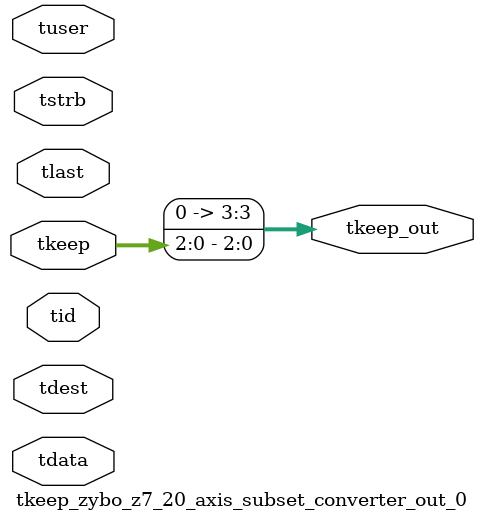
<source format=v>


`timescale 1ps/1ps

module tkeep_zybo_z7_20_axis_subset_converter_out_0 #
(
parameter C_S_AXIS_TDATA_WIDTH = 32,
parameter C_S_AXIS_TUSER_WIDTH = 0,
parameter C_S_AXIS_TID_WIDTH   = 0,
parameter C_S_AXIS_TDEST_WIDTH = 0,
parameter C_M_AXIS_TDATA_WIDTH = 32
)
(
input  [(C_S_AXIS_TDATA_WIDTH == 0 ? 1 : C_S_AXIS_TDATA_WIDTH)-1:0     ] tdata,
input  [(C_S_AXIS_TUSER_WIDTH == 0 ? 1 : C_S_AXIS_TUSER_WIDTH)-1:0     ] tuser,
input  [(C_S_AXIS_TID_WIDTH   == 0 ? 1 : C_S_AXIS_TID_WIDTH)-1:0       ] tid,
input  [(C_S_AXIS_TDEST_WIDTH == 0 ? 1 : C_S_AXIS_TDEST_WIDTH)-1:0     ] tdest,
input  [(C_S_AXIS_TDATA_WIDTH/8)-1:0 ] tkeep,
input  [(C_S_AXIS_TDATA_WIDTH/8)-1:0 ] tstrb,
input                                                                    tlast,
output [(C_M_AXIS_TDATA_WIDTH/8)-1:0 ] tkeep_out
);

assign tkeep_out = {tkeep[2:0]};

endmodule


</source>
